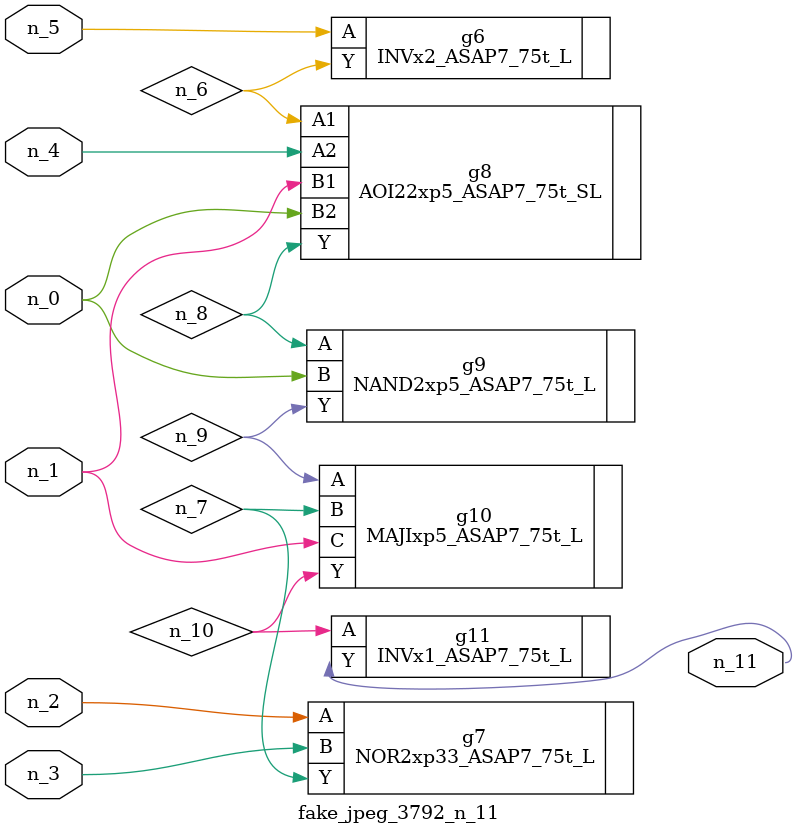
<source format=v>
module fake_jpeg_3792_n_11 (n_3, n_2, n_1, n_0, n_4, n_5, n_11);

input n_3;
input n_2;
input n_1;
input n_0;
input n_4;
input n_5;

output n_11;

wire n_10;
wire n_8;
wire n_9;
wire n_6;
wire n_7;

INVx2_ASAP7_75t_L g6 ( 
.A(n_5),
.Y(n_6)
);

NOR2xp33_ASAP7_75t_L g7 ( 
.A(n_2),
.B(n_3),
.Y(n_7)
);

AOI22xp5_ASAP7_75t_SL g8 ( 
.A1(n_6),
.A2(n_4),
.B1(n_1),
.B2(n_0),
.Y(n_8)
);

NAND2xp5_ASAP7_75t_L g9 ( 
.A(n_8),
.B(n_0),
.Y(n_9)
);

MAJIxp5_ASAP7_75t_L g10 ( 
.A(n_9),
.B(n_7),
.C(n_1),
.Y(n_10)
);

INVx1_ASAP7_75t_L g11 ( 
.A(n_10),
.Y(n_11)
);


endmodule
</source>
